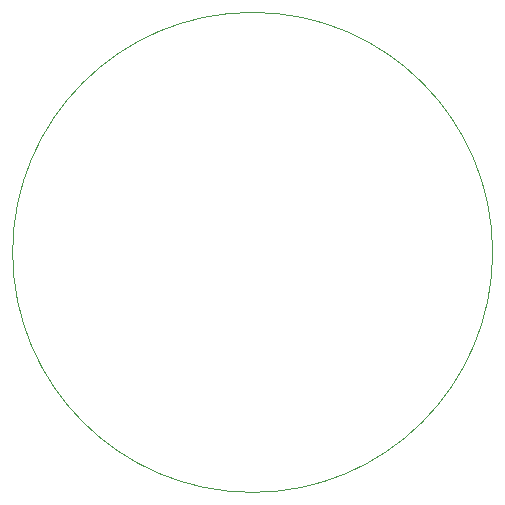
<source format=gbr>
%TF.GenerationSoftware,KiCad,Pcbnew,7.0.9*%
%TF.CreationDate,2025-02-20T14:34:02+01:00*%
%TF.ProjectId,firefly,66697265-666c-4792-9e6b-696361645f70,rev?*%
%TF.SameCoordinates,Original*%
%TF.FileFunction,Profile,NP*%
%FSLAX46Y46*%
G04 Gerber Fmt 4.6, Leading zero omitted, Abs format (unit mm)*
G04 Created by KiCad (PCBNEW 7.0.9) date 2025-02-20 14:34:02*
%MOMM*%
%LPD*%
G01*
G04 APERTURE LIST*
%TA.AperFunction,Profile*%
%ADD10C,0.100000*%
%TD*%
G04 APERTURE END LIST*
D10*
X149352000Y-92456000D02*
G75*
G03*
X149352000Y-92456000I-20320000J0D01*
G01*
M02*

</source>
